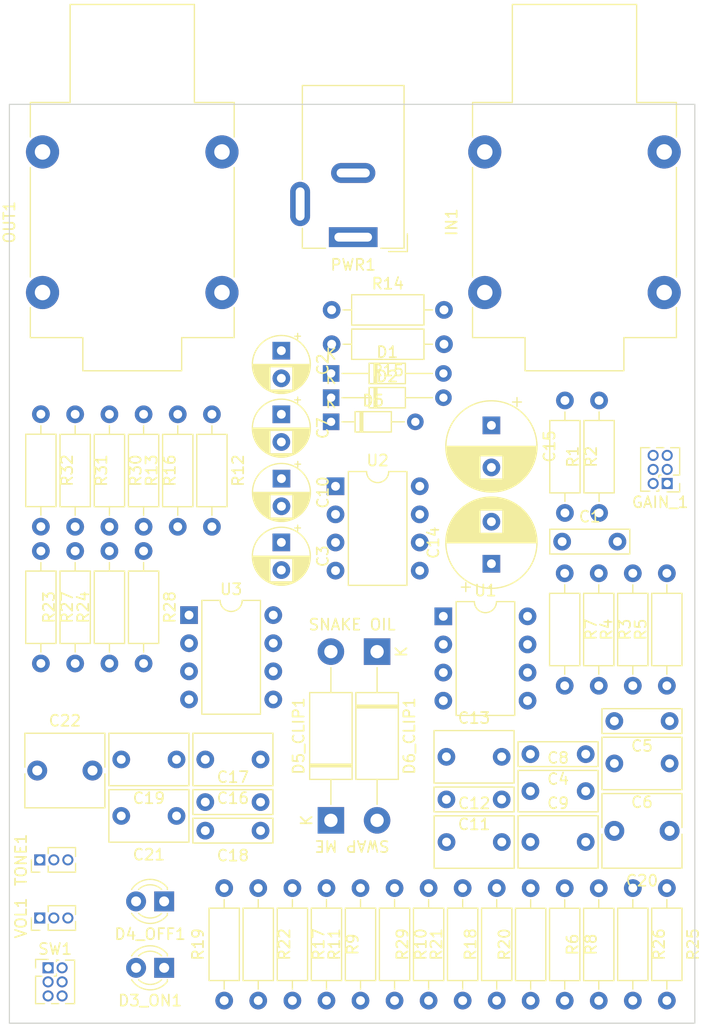
<source format=kicad_pcb>
(kicad_pcb (version 20171130) (host pcbnew 5.1.10)
  (layers (0 F.Cu signal) (31 B.Cu signal) (34 B.Paste user) (35 F.Paste user) (36 B.SilkS user) (37 F.SilkS user) (38 B.Mask user) (39 F.Mask user) (44 Edge.Cuts user))
  (net 0 "")
  (net 1 "Net-(C1-Pad2)")
  (net 2 "Net-(C1-Pad1)")
  (net 3 /+16.2V)
  (net 4 GND)
  (net 5 /-8.6V)
  (net 6 "Net-(C20-Pad1)")
  (net 7 "Net-(C4-Pad1)")
  (net 8 "Net-(C5-Pad2)")
  (net 9 "Net-(C6-Pad1)")
  (net 10 "Net-(C7-Pad1)")
  (net 11 "Net-(C10-Pad1)")
  (net 12 "Net-(C8-Pad1)")
  (net 13 "Net-(C9-Pad2)")
  (net 14 "Net-(C10-Pad2)")
  (net 15 "Net-(C11-Pad1)")
  (net 16 "Net-(C11-Pad2)")
  (net 17 "Net-(C12-Pad1)")
  (net 18 "Net-(C13-Pad1)")
  (net 19 /+4.5V)
  (net 20 +9V)
  (net 21 "Net-(C16-Pad1)")
  (net 22 "Net-(C16-Pad2)")
  (net 23 "Net-(C17-Pad2)")
  (net 24 "Net-(C18-Pad1)")
  (net 25 "Net-(C18-Pad2)")
  (net 26 "Net-(C19-Pad1)")
  (net 27 "Net-(C20-Pad2)")
  (net 28 "Net-(C21-Pad1)")
  (net 29 "Net-(C21-Pad2)")
  (net 30 "Net-(C22-Pad1)")
  (net 31 "Net-(C22-Pad2)")
  (net 32 "Net-(D3_ON1-Pad1)")
  (net 33 "Net-(D4_OFF1-Pad2)")
  (net 34 "Net-(D4_OFF1-Pad1)")
  (net 35 "Net-(GAIN_1-Pad2)")
  (net 36 "Net-(GAIN_1-Pad6)")
  (net 37 "Net-(IN1-PadT)")
  (net 38 "Net-(OUT1-PadS)")
  (net 39 "Net-(OUT1-PadT)")
  (net 40 "Net-(R23-Pad1)")
  (net 41 "Net-(R26-Pad1)")
  (net 42 "Net-(R27-Pad2)")
  (net 43 "Net-(R29-Pad1)")
  (net 44 "Net-(R30-Pad2)")
  (module Capacitor_THT:C_Rect_L7.0mm_W2.0mm_P5.00mm (layer F.Cu) (at 100 79.5)
    (fp_text reference C1 (at 2.5 -2.25) (layer F.SilkS))
    (fp_text value 0.1u)
    (pad 2 thru_hole circle (at 5 0) (size 1.6 1.6) (drill 0.8) (layers *.Cu *.Mask) (net 1 "Net-(C1-Pad2)"))
    (pad 1 thru_hole circle (at 0 0) (size 1.6 1.6) (drill 0.8) (layers *.Cu *.Mask) (net 2 "Net-(C1-Pad1)"))
  )
  (module Capacitor_THT:CP_Radial_D5.0mm_P2.50mm (layer F.Cu) (at 74.6 62.25 270)
    (fp_text reference C2 (at 1.25 -3.75 90) (layer F.SilkS))
    (fp_text value 1u)
    (pad 1 thru_hole rect (at 0 0 270) (size 1.6 1.6) (drill 0.8) (layers *.Cu *.Mask) (net 3 /+16.2V))
    (pad 2 thru_hole circle (at 2.5 0 270) (size 1.6 1.6) (drill 0.8) (layers *.Cu *.Mask) (net 4 GND))
  )
  (module Capacitor_THT:CP_Radial_D5.0mm_P2.50mm (layer F.Cu) (at 74.6 79.57 270)
    (fp_text reference C3 (at 1.25 -3.75 90) (layer F.SilkS))
    (fp_text value 1u)
    (pad 2 thru_hole circle (at 2.5 0 270) (size 1.6 1.6) (drill 0.8) (layers *.Cu *.Mask) (net 5 /-8.6V))
    (pad 1 thru_hole rect (at 0 0 270) (size 1.6 1.6) (drill 0.8) (layers *.Cu *.Mask) (net 4 GND))
  )
  (module Capacitor_THT:C_Rect_L7.0mm_W2.0mm_P5.00mm (layer F.Cu) (at 102.13 98.7 180)
    (fp_text reference C4 (at 2.5 -2.25) (layer F.SilkS))
    (fp_text value 0.1u)
    (pad 1 thru_hole circle (at 0 0 180) (size 1.6 1.6) (drill 0.8) (layers *.Cu *.Mask) (net 7 "Net-(C4-Pad1)"))
    (pad 2 thru_hole circle (at 5 0 180) (size 1.6 1.6) (drill 0.8) (layers *.Cu *.Mask) (net 6 "Net-(C20-Pad1)"))
  )
  (module Capacitor_THT:C_Rect_L7.0mm_W2.0mm_P5.00mm (layer F.Cu) (at 109.72 95.71 180)
    (fp_text reference C5 (at 2.5 -2.25) (layer F.SilkS))
    (fp_text value 0.068u)
    (pad 2 thru_hole circle (at 5 0 180) (size 1.6 1.6) (drill 0.8) (layers *.Cu *.Mask) (net 8 "Net-(C5-Pad2)"))
    (pad 1 thru_hole circle (at 0 0 180) (size 1.6 1.6) (drill 0.8) (layers *.Cu *.Mask) (net 6 "Net-(C20-Pad1)"))
  )
  (module Capacitor_THT:C_Rect_L7.0mm_W4.5mm_P5.00mm (layer F.Cu) (at 109.72 99.54 180)
    (fp_text reference C6 (at 2.5 -3.5) (layer F.SilkS))
    (fp_text value 0.39u)
    (pad 2 thru_hole circle (at 5 0 180) (size 1.6 1.6) (drill 0.8) (layers *.Cu *.Mask) (net 8 "Net-(C5-Pad2)"))
    (pad 1 thru_hole circle (at 0 0 180) (size 1.6 1.6) (drill 0.8) (layers *.Cu *.Mask) (net 9 "Net-(C6-Pad1)"))
  )
  (module Capacitor_THT:CP_Radial_D5.0mm_P2.50mm (layer F.Cu) (at 74.6 68 270)
    (fp_text reference C7 (at 1.25 -3.75 90) (layer F.SilkS))
    (fp_text value 1u)
    (pad 1 thru_hole rect (at 0 0 270) (size 1.6 1.6) (drill 0.8) (layers *.Cu *.Mask) (net 10 "Net-(C7-Pad1)"))
    (pad 2 thru_hole circle (at 2.5 0 270) (size 1.6 1.6) (drill 0.8) (layers *.Cu *.Mask) (net 11 "Net-(C10-Pad1)"))
  )
  (module Capacitor_THT:C_Rect_L7.0mm_W3.5mm_P5.00mm (layer F.Cu) (at 97.13 102.04)
    (fp_text reference C8 (at 2.5 -3) (layer F.SilkS))
    (fp_text value 0.068u)
    (pad 1 thru_hole circle (at 0 0) (size 1.6 1.6) (drill 0.8) (layers *.Cu *.Mask) (net 12 "Net-(C8-Pad1)"))
    (pad 2 thru_hole circle (at 5 0) (size 1.6 1.6) (drill 0.8) (layers *.Cu *.Mask) (net 7 "Net-(C4-Pad1)"))
  )
  (module Capacitor_THT:C_Rect_L7.0mm_W4.5mm_P5.00mm (layer F.Cu) (at 97.13 106.63)
    (fp_text reference C9 (at 2.5 -3.5) (layer F.SilkS))
    (fp_text value 1u)
    (pad 1 thru_hole circle (at 0 0) (size 1.6 1.6) (drill 0.8) (layers *.Cu *.Mask) (net 4 GND))
    (pad 2 thru_hole circle (at 5 0) (size 1.6 1.6) (drill 0.8) (layers *.Cu *.Mask) (net 13 "Net-(C9-Pad2)"))
  )
  (module Capacitor_THT:CP_Radial_D5.0mm_P2.50mm (layer F.Cu) (at 74.61 73.81 270)
    (fp_text reference C10 (at 1.25 -3.75 90) (layer F.SilkS))
    (fp_text value 1u)
    (pad 2 thru_hole circle (at 2.5 0 270) (size 1.6 1.6) (drill 0.8) (layers *.Cu *.Mask) (net 14 "Net-(C10-Pad2)"))
    (pad 1 thru_hole rect (at 0 0 270) (size 1.6 1.6) (drill 0.8) (layers *.Cu *.Mask) (net 11 "Net-(C10-Pad1)"))
  )
  (module Capacitor_THT:C_Rect_L7.0mm_W2.0mm_P5.00mm (layer F.Cu) (at 94.53 102.79 180)
    (fp_text reference C11 (at 2.5 -2.25) (layer F.SilkS))
    (fp_text value 0.082u)
    (pad 2 thru_hole circle (at 5 0 180) (size 1.6 1.6) (drill 0.8) (layers *.Cu *.Mask) (net 16 "Net-(C11-Pad2)"))
    (pad 1 thru_hole circle (at 0 0 180) (size 1.6 1.6) (drill 0.8) (layers *.Cu *.Mask) (net 15 "Net-(C11-Pad1)"))
  )
  (module Capacitor_THT:C_Rect_L7.0mm_W4.5mm_P5.00mm (layer F.Cu) (at 89.54 106.64)
    (fp_text reference C12 (at 2.5 -3.5) (layer F.SilkS))
    (fp_text value 390p)
    (pad 1 thru_hole circle (at 0 0) (size 1.6 1.6) (drill 0.8) (layers *.Cu *.Mask) (net 17 "Net-(C12-Pad1)"))
    (pad 2 thru_hole circle (at 5 0) (size 1.6 1.6) (drill 0.8) (layers *.Cu *.Mask) (net 15 "Net-(C11-Pad1)"))
  )
  (module Capacitor_THT:C_Rect_L7.0mm_W4.5mm_P5.00mm (layer F.Cu) (at 89.53 98.94)
    (fp_text reference C13 (at 2.5 -3.5) (layer F.SilkS))
    (fp_text value 1u)
    (pad 1 thru_hole circle (at 0 0) (size 1.6 1.6) (drill 0.8) (layers *.Cu *.Mask) (net 18 "Net-(C13-Pad1)"))
    (pad 2 thru_hole circle (at 5 0) (size 1.6 1.6) (drill 0.8) (layers *.Cu *.Mask) (net 17 "Net-(C12-Pad1)"))
  )
  (module Capacitor_THT:CP_Radial_D8.0mm_P3.80mm (layer F.Cu) (at 93.6 81.5 90)
    (fp_text reference C14 (at 1.9 -5.25 90) (layer F.SilkS))
    (fp_text value 47u)
    (pad 2 thru_hole circle (at 3.8 0 90) (size 1.6 1.6) (drill 0.8) (layers *.Cu *.Mask) (net 4 GND))
    (pad 1 thru_hole rect (at 0 0 90) (size 1.6 1.6) (drill 0.8) (layers *.Cu *.Mask) (net 19 /+4.5V))
  )
  (module Capacitor_THT:CP_Radial_D8.0mm_P3.80mm (layer F.Cu) (at 93.6 69 270)
    (fp_text reference C15 (at 1.9 -5.25 90) (layer F.SilkS))
    (fp_text value 47u)
    (pad 1 thru_hole rect (at 0 0 270) (size 1.6 1.6) (drill 0.8) (layers *.Cu *.Mask) (net 20 +9V))
    (pad 2 thru_hole circle (at 3.8 0 270) (size 1.6 1.6) (drill 0.8) (layers *.Cu *.Mask) (net 4 GND))
  )
  (module Capacitor_THT:C_Rect_L7.0mm_W4.5mm_P5.00mm (layer F.Cu) (at 72.72 99.18 180)
    (fp_text reference C16 (at 2.5 -3.5) (layer F.SilkS))
    (fp_text value 1u)
    (pad 2 thru_hole circle (at 5 0 180) (size 1.6 1.6) (drill 0.8) (layers *.Cu *.Mask) (net 22 "Net-(C16-Pad2)"))
    (pad 1 thru_hole circle (at 0 0 180) (size 1.6 1.6) (drill 0.8) (layers *.Cu *.Mask) (net 21 "Net-(C16-Pad1)"))
  )
  (module Capacitor_THT:C_Rect_L7.0mm_W2.0mm_P5.00mm (layer F.Cu) (at 67.72 103.03)
    (fp_text reference C17 (at 2.5 -2.25) (layer F.SilkS))
    (fp_text value 2200p)
    (pad 1 thru_hole circle (at 0 0) (size 1.6 1.6) (drill 0.8) (layers *.Cu *.Mask) (net 21 "Net-(C16-Pad1)"))
    (pad 2 thru_hole circle (at 5 0) (size 1.6 1.6) (drill 0.8) (layers *.Cu *.Mask) (net 23 "Net-(C17-Pad2)"))
  )
  (module Capacitor_THT:C_Rect_L7.0mm_W2.0mm_P5.00mm (layer F.Cu) (at 72.72 105.61 180)
    (fp_text reference C18 (at 2.5 -2.25) (layer F.SilkS))
    (fp_text value 0.027u)
    (pad 2 thru_hole circle (at 5 0 180) (size 1.6 1.6) (drill 0.8) (layers *.Cu *.Mask) (net 25 "Net-(C18-Pad2)"))
    (pad 1 thru_hole circle (at 0 0 180) (size 1.6 1.6) (drill 0.8) (layers *.Cu *.Mask) (net 24 "Net-(C18-Pad1)"))
  )
  (module Capacitor_THT:C_Rect_L7.0mm_W4.5mm_P5.00mm (layer F.Cu) (at 65.12 99.18 180)
    (fp_text reference C19 (at 2.5 -3.5) (layer F.SilkS))
    (fp_text value 820p)
    (pad 1 thru_hole circle (at 0 0 180) (size 1.6 1.6) (drill 0.8) (layers *.Cu *.Mask) (net 26 "Net-(C19-Pad1)"))
    (pad 2 thru_hole circle (at 5 0 180) (size 1.6 1.6) (drill 0.8) (layers *.Cu *.Mask) (net 24 "Net-(C18-Pad1)"))
  )
  (module Capacitor_THT:C_Rect_L7.0mm_W6.5mm_P5.00mm (layer F.Cu) (at 109.72 105.63 180)
    (fp_text reference C20 (at 2.5 -4.5) (layer F.SilkS))
    (fp_text value 4.7u)
    (pad 1 thru_hole circle (at 0 0 180) (size 1.8 1.8) (drill 0.9) (layers *.Cu *.Mask) (net 6 "Net-(C20-Pad1)"))
    (pad 2 thru_hole circle (at 5 0 180) (size 1.8 1.8) (drill 0.9) (layers *.Cu *.Mask) (net 27 "Net-(C20-Pad2)"))
  )
  (module Capacitor_THT:C_Rect_L7.0mm_W4.5mm_P5.00mm (layer F.Cu) (at 65.12 104.28 180)
    (fp_text reference C21 (at 2.5 -3.5) (layer F.SilkS))
    (fp_text value 3900p)
    (pad 2 thru_hole circle (at 5 0 180) (size 1.6 1.6) (drill 0.8) (layers *.Cu *.Mask) (net 29 "Net-(C21-Pad2)"))
    (pad 1 thru_hole circle (at 0 0 180) (size 1.6 1.6) (drill 0.8) (layers *.Cu *.Mask) (net 28 "Net-(C21-Pad1)"))
  )
  (module Capacitor_THT:C_Rect_L7.0mm_W6.5mm_P5.00mm (layer F.Cu) (at 52.52 100.18)
    (fp_text reference C22 (at 2.5 -4.5) (layer F.SilkS))
    (fp_text value 4.7u)
    (pad 2 thru_hole circle (at 5 0) (size 1.8 1.8) (drill 0.9) (layers *.Cu *.Mask) (net 31 "Net-(C22-Pad2)"))
    (pad 1 thru_hole circle (at 0 0) (size 1.8 1.8) (drill 0.9) (layers *.Cu *.Mask) (net 30 "Net-(C22-Pad1)"))
  )
  (module Diode_THT:D_DO-15_P15.24mm_Horizontal (layer F.Cu) (at 79.082 104.68 90)
    (fp_text reference D5_CLIP1 (at 7.62 -2.92 90) (layer F.SilkS))
    (fp_text value 1N34A)
    (fp_text user K (at 0 -2.2 90) (layer F.SilkS))
    (pad 1 thru_hole rect (at 0 0 90) (size 2.4 2.4) (drill 1.2) (layers *.Cu *.Mask) (net 22 "Net-(C16-Pad2)"))
    (pad 2 thru_hole oval (at 15.24 0 90) (size 2.4 2.4) (drill 1.2) (layers *.Cu *.Mask) (net 4 GND))
  )
  (module Diode_THT:D_DO-15_P15.24mm_Horizontal (layer F.Cu) (at 83.26 89.44 270)
    (fp_text reference D6_CLIP1 (at 7.62 -2.92 90) (layer F.SilkS))
    (fp_text value 1N34A)
    (fp_text user K (at 0 -2.2 90) (layer F.SilkS))
    (pad 2 thru_hole oval (at 15.24 0 270) (size 2.4 2.4) (drill 1.2) (layers *.Cu *.Mask) (net 22 "Net-(C16-Pad2)"))
    (pad 1 thru_hole rect (at 0 0 270) (size 2.4 2.4) (drill 1.2) (layers *.Cu *.Mask) (net 4 GND))
  )
  (module Connector_PinHeader_1.27mm:PinHeader_2x03_P1.27mm_Vertical (layer F.Cu) (at 109.5 74.25 180)
    (fp_text reference GAIN_1 (at 0.635 -1.695) (layer F.SilkS))
    (fp_text value 100K)
    (pad 1 thru_hole rect (at 0 0 180) (size 1 1) (drill 0.65) (layers *.Cu *.Mask) (net 8 "Net-(C5-Pad2)"))
    (pad 2 thru_hole oval (at 1.27 0 180) (size 1 1) (drill 0.65) (layers *.Cu *.Mask) (net 35 "Net-(GAIN_1-Pad2)"))
    (pad 3 thru_hole oval (at 0 1.27 180) (size 1 1) (drill 0.65) (layers *.Cu *.Mask) (net 19 /+4.5V))
    (pad 4 thru_hole oval (at 1.27 1.27 180) (size 1 1) (drill 0.65) (layers *.Cu *.Mask) (net 12 "Net-(C8-Pad1)"))
    (pad 5 thru_hole oval (at 0 2.54 180) (size 1 1) (drill 0.65) (layers *.Cu *.Mask) (net 19 /+4.5V))
    (pad 6 thru_hole oval (at 1.27 2.54 180) (size 1 1) (drill 0.65) (layers *.Cu *.Mask) (net 36 "Net-(GAIN_1-Pad6)"))
  )
  (module Connector_Audio:Jack_6.35mm_Neutrik_NMJ4HFD2_Horizontal (layer F.Cu) (at 93 57 90)
    (fp_text reference IN1 (at 6.35 -3 90) (layer F.SilkS))
    (fp_text value AudioJack2)
    (pad TN thru_hole circle (at 0 16.23 90) (size 3 3) (drill 1.4) (layers *.Cu *.Mask))
    (pad SN thru_hole circle (at 12.7 16.23 90) (size 3 3) (drill 1.4) (layers *.Cu *.Mask))
    (pad T thru_hole circle (at 0 0 90) (size 3 3) (drill 1.4) (layers *.Cu *.Mask) (net 37 "Net-(IN1-PadT)"))
    (pad S thru_hole circle (at 12.7 0 90) (size 3 3) (drill 1.4) (layers *.Cu *.Mask) (net 4 GND))
  )
  (module Connector_Audio:Jack_6.35mm_Neutrik_NMJ4HFD2_Horizontal (layer F.Cu) (at 53 57 90)
    (fp_text reference OUT1 (at 6.35 -3 90) (layer F.SilkS))
    (fp_text value AudioJack2)
    (pad S thru_hole circle (at 12.7 0 90) (size 3 3) (drill 1.4) (layers *.Cu *.Mask) (net 38 "Net-(OUT1-PadS)"))
    (pad T thru_hole circle (at 0 0 90) (size 3 3) (drill 1.4) (layers *.Cu *.Mask) (net 39 "Net-(OUT1-PadT)"))
    (pad SN thru_hole circle (at 12.7 16.23 90) (size 3 3) (drill 1.4) (layers *.Cu *.Mask))
    (pad TN thru_hole circle (at 0 16.23 90) (size 3 3) (drill 1.4) (layers *.Cu *.Mask))
  )
  (module Resistor_THT:R_Axial_DIN0207_L6.3mm_D2.5mm_P10.16mm_Horizontal (layer F.Cu) (at 103.34 76.91 90)
    (fp_text reference R1 (at 5.08 -2.37 90) (layer F.SilkS))
    (fp_text value 10K)
    (pad 1 thru_hole circle (at 0 0 90) (size 1.6 1.6) (drill 0.8) (layers *.Cu *.Mask) (net 1 "Net-(C1-Pad2)"))
    (pad 2 thru_hole oval (at 10.16 0 90) (size 1.6 1.6) (drill 0.8) (layers *.Cu *.Mask) (net 37 "Net-(IN1-PadT)"))
  )
  (module Resistor_THT:R_Axial_DIN0207_L6.3mm_D2.5mm_P10.16mm_Horizontal (layer F.Cu) (at 100.25 66.75 270)
    (fp_text reference R2 (at 5.08 -2.37 90) (layer F.SilkS))
    (fp_text value 1M)
    (pad 1 thru_hole circle (at 0 0 270) (size 1.6 1.6) (drill 0.8) (layers *.Cu *.Mask) (net 2 "Net-(C1-Pad1)"))
    (pad 2 thru_hole oval (at 10.16 0 270) (size 1.6 1.6) (drill 0.8) (layers *.Cu *.Mask) (net 19 /+4.5V))
  )
  (module Resistor_THT:R_Axial_DIN0207_L6.3mm_D2.5mm_P10.16mm_Horizontal (layer F.Cu) (at 103.31 82.36 270)
    (fp_text reference R3 (at 5.08 -2.37 90) (layer F.SilkS))
    (fp_text value 5K1)
    (pad 2 thru_hole oval (at 10.16 0 270) (size 1.6 1.6) (drill 0.8) (layers *.Cu *.Mask) (net 8 "Net-(C5-Pad2)"))
    (pad 1 thru_hole circle (at 0 0 270) (size 1.6 1.6) (drill 0.8) (layers *.Cu *.Mask) (net 6 "Net-(C20-Pad1)"))
  )
  (module Resistor_THT:R_Axial_DIN0207_L6.3mm_D2.5mm_P10.16mm_Horizontal (layer F.Cu) (at 106.39 92.52 90)
    (fp_text reference R4 (at 5.08 -2.37 90) (layer F.SilkS))
    (fp_text value 1K5)
    (pad 2 thru_hole oval (at 10.16 0 90) (size 1.6 1.6) (drill 0.8) (layers *.Cu *.Mask) (net 19 /+4.5V))
    (pad 1 thru_hole circle (at 0 0 90) (size 1.6 1.6) (drill 0.8) (layers *.Cu *.Mask) (net 8 "Net-(C5-Pad2)"))
  )
  (module Resistor_THT:R_Axial_DIN0207_L6.3mm_D2.5mm_P10.16mm_Horizontal (layer F.Cu) (at 109.47 92.52 90)
    (fp_text reference R5 (at 5.08 -2.37 90) (layer F.SilkS))
    (fp_text value 1K)
    (pad 1 thru_hole circle (at 0 0 90) (size 1.6 1.6) (drill 0.8) (layers *.Cu *.Mask) (net 9 "Net-(C6-Pad1)"))
    (pad 2 thru_hole oval (at 10.16 0 90) (size 1.6 1.6) (drill 0.8) (layers *.Cu *.Mask) (net 19 /+4.5V))
  )
  (module Resistor_THT:R_Axial_DIN0207_L6.3mm_D2.5mm_P10.16mm_Horizontal (layer F.Cu) (at 103.31 120.97 90)
    (fp_text reference R6 (at 5.08 -2.37 90) (layer F.SilkS))
    (fp_text value 1K5)
    (pad 2 thru_hole oval (at 10.16 0 90) (size 1.6 1.6) (drill 0.8) (layers *.Cu *.Mask) (net 7 "Net-(C4-Pad1)"))
    (pad 1 thru_hole circle (at 0 0 90) (size 1.6 1.6) (drill 0.8) (layers *.Cu *.Mask) (net 13 "Net-(C9-Pad2)"))
  )
  (module Resistor_THT:R_Axial_DIN0207_L6.3mm_D2.5mm_P10.16mm_Horizontal (layer F.Cu) (at 100.23 82.36 270)
    (fp_text reference R7 (at 5.08 -2.37 90) (layer F.SilkS))
    (fp_text value 10K)
    (pad 2 thru_hole oval (at 10.16 0 270) (size 1.6 1.6) (drill 0.8) (layers *.Cu *.Mask) (net 7 "Net-(C4-Pad1)"))
    (pad 1 thru_hole circle (at 0 0 270) (size 1.6 1.6) (drill 0.8) (layers *.Cu *.Mask) (net 12 "Net-(C8-Pad1)"))
  )
  (module Resistor_THT:R_Axial_DIN0207_L6.3mm_D2.5mm_P10.16mm_Horizontal (layer F.Cu) (at 100.232 110.81 270)
    (fp_text reference R8 (at 5.08 -2.37 90) (layer F.SilkS))
    (fp_text value 15K)
    (pad 1 thru_hole circle (at 0 0 270) (size 1.6 1.6) (drill 0.8) (layers *.Cu *.Mask) (net 24 "Net-(C18-Pad1)"))
    (pad 2 thru_hole oval (at 10.16 0 270) (size 1.6 1.6) (drill 0.8) (layers *.Cu *.Mask) (net 13 "Net-(C9-Pad2)"))
  )
  (module Resistor_THT:R_Axial_DIN0207_L6.3mm_D2.5mm_P10.16mm_Horizontal (layer F.Cu) (at 78.68 110.8 270)
    (fp_text reference R9 (at 5.08 -2.37 90) (layer F.SilkS))
    (fp_text value 2K)
    (pad 1 thru_hole circle (at 0 0 270) (size 1.6 1.6) (drill 0.8) (layers *.Cu *.Mask) (net 36 "Net-(GAIN_1-Pad6)"))
    (pad 2 thru_hole oval (at 10.16 0 270) (size 1.6 1.6) (drill 0.8) (layers *.Cu *.Mask) (net 16 "Net-(C11-Pad2)"))
  )
  (module Resistor_THT:R_Axial_DIN0207_L6.3mm_D2.5mm_P10.16mm_Horizontal (layer F.Cu) (at 84.84 110.8 270)
    (fp_text reference R10 (at 5.08 -2.37 90) (layer F.SilkS))
    (fp_text value 15K)
    (pad 2 thru_hole oval (at 10.16 0 270) (size 1.6 1.6) (drill 0.8) (layers *.Cu *.Mask) (net 16 "Net-(C11-Pad2)"))
    (pad 1 thru_hole circle (at 0 0 270) (size 1.6 1.6) (drill 0.8) (layers *.Cu *.Mask) (net 15 "Net-(C11-Pad1)"))
  )
  (module Resistor_THT:R_Axial_DIN0207_L6.3mm_D2.5mm_P10.16mm_Horizontal (layer F.Cu) (at 81.76 120.96 90)
    (fp_text reference R11 (at 5.08 -2.37 90) (layer F.SilkS))
    (fp_text value 422K)
    (pad 2 thru_hole oval (at 10.16 0 90) (size 1.6 1.6) (drill 0.8) (layers *.Cu *.Mask) (net 15 "Net-(C11-Pad1)"))
    (pad 1 thru_hole circle (at 0 0 90) (size 1.6 1.6) (drill 0.8) (layers *.Cu *.Mask) (net 17 "Net-(C12-Pad1)"))
  )
  (module Resistor_THT:R_Axial_DIN0207_L6.3mm_D2.5mm_P10.16mm_Horizontal (layer F.Cu) (at 68.32 68 270)
    (fp_text reference R12 (at 5.08 -2.37 90) (layer F.SilkS))
    (fp_text value 2K2)
    (pad 1 thru_hole circle (at 0 0 270) (size 1.6 1.6) (drill 0.8) (layers *.Cu *.Mask) (net 32 "Net-(D3_ON1-Pad1)"))
    (pad 2 thru_hole oval (at 10.16 0 270) (size 1.6 1.6) (drill 0.8) (layers *.Cu *.Mask) (net 33 "Net-(D4_OFF1-Pad2)"))
  )
  (module Resistor_THT:R_Axial_DIN0207_L6.3mm_D2.5mm_P10.16mm_Horizontal (layer F.Cu) (at 65.23 78.16 90)
    (fp_text reference R13 (at 5.08 -2.37 90) (layer F.SilkS))
    (fp_text value 2K2)
    (pad 1 thru_hole circle (at 0 0 90) (size 1.6 1.6) (drill 0.8) (layers *.Cu *.Mask) (net 33 "Net-(D4_OFF1-Pad2)"))
    (pad 2 thru_hole oval (at 10.16 0 90) (size 1.6 1.6) (drill 0.8) (layers *.Cu *.Mask) (net 20 +9V))
  )
  (module Resistor_THT:R_Axial_DIN0207_L6.3mm_D2.5mm_P10.16mm_Horizontal (layer F.Cu) (at 79.15 58.57)
    (fp_text reference R14 (at 5.08 -2.37) (layer F.SilkS))
    (fp_text value 27K)
    (pad 2 thru_hole oval (at 10.16 0) (size 1.6 1.6) (drill 0.8) (layers *.Cu *.Mask) (net 19 /+4.5V))
    (pad 1 thru_hole circle (at 0 0) (size 1.6 1.6) (drill 0.8) (layers *.Cu *.Mask) (net 20 +9V))
  )
  (module Resistor_THT:R_Axial_DIN0207_L6.3mm_D2.5mm_P10.16mm_Horizontal (layer F.Cu) (at 89.31 61.67 180)
    (fp_text reference R15 (at 5.08 -2.37) (layer F.SilkS))
    (fp_text value 27K)
    (pad 1 thru_hole circle (at 0 0 180) (size 1.6 1.6) (drill 0.8) (layers *.Cu *.Mask) (net 19 /+4.5V))
    (pad 2 thru_hole oval (at 10.16 0 180) (size 1.6 1.6) (drill 0.8) (layers *.Cu *.Mask) (net 4 GND))
  )
  (module Resistor_THT:R_Axial_DIN0207_L6.3mm_D2.5mm_P10.16mm_Horizontal (layer F.Cu) (at 62.14 68 270)
    (fp_text reference R16 (at 5.08 -2.37 90) (layer F.SilkS))
    (fp_text value 22K)
    (pad 2 thru_hole oval (at 10.16 0 270) (size 1.6 1.6) (drill 0.8) (layers *.Cu *.Mask) (net 34 "Net-(D4_OFF1-Pad1)"))
    (pad 1 thru_hole circle (at 0 0 270) (size 1.6 1.6) (drill 0.8) (layers *.Cu *.Mask) (net 4 GND))
  )
  (module Resistor_THT:R_Axial_DIN0207_L6.3mm_D2.5mm_P10.16mm_Horizontal (layer F.Cu) (at 75.6 110.8 270)
    (fp_text reference R17 (at 5.08 -2.37 90) (layer F.SilkS))
    (fp_text value 1K)
    (pad 2 thru_hole oval (at 10.16 0 270) (size 1.6 1.6) (drill 0.8) (layers *.Cu *.Mask) (net 18 "Net-(C13-Pad1)"))
    (pad 1 thru_hole circle (at 0 0 270) (size 1.6 1.6) (drill 0.8) (layers *.Cu *.Mask) (net 22 "Net-(C16-Pad2)"))
  )
  (module Resistor_THT:R_Axial_DIN0207_L6.3mm_D2.5mm_P10.16mm_Horizontal (layer F.Cu) (at 94.08 120.96 90)
    (fp_text reference R18 (at 5.08 -2.37 90) (layer F.SilkS))
    (fp_text value 22K)
    (pad 1 thru_hole circle (at 0 0 90) (size 1.6 1.6) (drill 0.8) (layers *.Cu *.Mask) (net 23 "Net-(C17-Pad2)"))
    (pad 2 thru_hole oval (at 10.16 0 90) (size 1.6 1.6) (drill 0.8) (layers *.Cu *.Mask) (net 35 "Net-(GAIN_1-Pad2)"))
  )
  (module Resistor_THT:R_Axial_DIN0207_L6.3mm_D2.5mm_P10.16mm_Horizontal (layer F.Cu) (at 69.43 120.96 90)
    (fp_text reference R19 (at 5.08 -2.37 90) (layer F.SilkS))
    (fp_text value 47K)
    (pad 2 thru_hole oval (at 10.16 0 90) (size 1.6 1.6) (drill 0.8) (layers *.Cu *.Mask) (net 21 "Net-(C16-Pad1)"))
    (pad 1 thru_hole circle (at 0 0 90) (size 1.6 1.6) (drill 0.8) (layers *.Cu *.Mask) (net 24 "Net-(C18-Pad1)"))
  )
  (module Resistor_THT:R_Axial_DIN0207_L6.3mm_D2.5mm_P10.16mm_Horizontal (layer F.Cu) (at 97.15 120.97 90)
    (fp_text reference R20 (at 5.08 -2.37 90) (layer F.SilkS))
    (fp_text value 27K)
    (pad 1 thru_hole circle (at 0 0 90) (size 1.6 1.6) (drill 0.8) (layers *.Cu *.Mask) (net 24 "Net-(C18-Pad1)"))
    (pad 2 thru_hole oval (at 10.16 0 90) (size 1.6 1.6) (drill 0.8) (layers *.Cu *.Mask) (net 35 "Net-(GAIN_1-Pad2)"))
  )
  (module Resistor_THT:R_Axial_DIN0207_L6.3mm_D2.5mm_P10.16mm_Horizontal (layer F.Cu) (at 91 120.96 90)
    (fp_text reference R21 (at 5.08 -2.37 90) (layer F.SilkS))
    (fp_text value 12K)
    (pad 1 thru_hole circle (at 0 0 90) (size 1.6 1.6) (drill 0.8) (layers *.Cu *.Mask) (net 25 "Net-(C18-Pad2)"))
    (pad 2 thru_hole oval (at 10.16 0 90) (size 1.6 1.6) (drill 0.8) (layers *.Cu *.Mask) (net 35 "Net-(GAIN_1-Pad2)"))
  )
  (module Resistor_THT:R_Axial_DIN0207_L6.3mm_D2.5mm_P10.16mm_Horizontal (layer F.Cu) (at 72.51 110.8 270)
    (fp_text reference R22 (at 5.08 -2.37 90) (layer F.SilkS))
    (fp_text value 392K)
    (pad 2 thru_hole oval (at 10.16 0 270) (size 1.6 1.6) (drill 0.8) (layers *.Cu *.Mask) (net 24 "Net-(C18-Pad1)"))
    (pad 1 thru_hole circle (at 0 0 270) (size 1.6 1.6) (drill 0.8) (layers *.Cu *.Mask) (net 26 "Net-(C19-Pad1)"))
  )
  (module Resistor_THT:R_Axial_DIN0207_L6.3mm_D2.5mm_P10.16mm_Horizontal (layer F.Cu) (at 55.95 90.51 90)
    (fp_text reference R23 (at 5.08 -2.37 90) (layer F.SilkS))
    (fp_text value 1K8)
    (pad 1 thru_hole circle (at 0 0 90) (size 1.6 1.6) (drill 0.8) (layers *.Cu *.Mask) (net 40 "Net-(R23-Pad1)"))
    (pad 2 thru_hole oval (at 10.16 0 90) (size 1.6 1.6) (drill 0.8) (layers *.Cu *.Mask) (net 26 "Net-(C19-Pad1)"))
  )
  (module Resistor_THT:R_Axial_DIN0207_L6.3mm_D2.5mm_P10.16mm_Horizontal (layer F.Cu) (at 59.05 90.51 90)
    (fp_text reference R24 (at 5.08 -2.37 90) (layer F.SilkS))
    (fp_text value 100K)
    (pad 2 thru_hole oval (at 10.16 0 90) (size 1.6 1.6) (drill 0.8) (layers *.Cu *.Mask) (net 26 "Net-(C19-Pad1)"))
    (pad 1 thru_hole circle (at 0 0 90) (size 1.6 1.6) (drill 0.8) (layers *.Cu *.Mask) (net 28 "Net-(C21-Pad1)"))
  )
  (module Resistor_THT:R_Axial_DIN0207_L6.3mm_D2.5mm_P10.16mm_Horizontal (layer F.Cu) (at 109.47 110.8 270)
    (fp_text reference R25 (at 5.08 -2.37 90) (layer F.SilkS))
    (fp_text value 100K)
    (pad 1 thru_hole circle (at 0 0 270) (size 1.6 1.6) (drill 0.8) (layers *.Cu *.Mask) (net 4 GND))
    (pad 2 thru_hole oval (at 10.16 0 270) (size 1.6 1.6) (drill 0.8) (layers *.Cu *.Mask) (net 27 "Net-(C20-Pad2)"))
  )
  (module Resistor_THT:R_Axial_DIN0207_L6.3mm_D2.5mm_P10.16mm_Horizontal (layer F.Cu) (at 106.392 110.8 270)
    (fp_text reference R26 (at 5.08 -2.37 90) (layer F.SilkS))
    (fp_text value 560)
    (pad 2 thru_hole oval (at 10.16 0 270) (size 1.6 1.6) (drill 0.8) (layers *.Cu *.Mask) (net 27 "Net-(C20-Pad2)"))
    (pad 1 thru_hole circle (at 0 0 270) (size 1.6 1.6) (drill 0.8) (layers *.Cu *.Mask) (net 41 "Net-(R26-Pad1)"))
  )
  (module Resistor_THT:R_Axial_DIN0207_L6.3mm_D2.5mm_P10.16mm_Horizontal (layer F.Cu) (at 52.85 80.35 270)
    (fp_text reference R27 (at 5.08 -2.37 90) (layer F.SilkS))
    (fp_text value 4K7)
    (pad 1 thru_hole circle (at 0 0 270) (size 1.6 1.6) (drill 0.8) (layers *.Cu *.Mask) (net 31 "Net-(C22-Pad2)"))
    (pad 2 thru_hole oval (at 10.16 0 270) (size 1.6 1.6) (drill 0.8) (layers *.Cu *.Mask) (net 42 "Net-(R27-Pad2)"))
  )
  (module Resistor_THT:R_Axial_DIN0207_L6.3mm_D2.5mm_P10.16mm_Horizontal (layer F.Cu) (at 62.14 80.35 270)
    (fp_text reference R28 (at 5.08 -2.37 90) (layer F.SilkS))
    (fp_text value 100K)
    (pad 1 thru_hole circle (at 0 0 270) (size 1.6 1.6) (drill 0.8) (layers *.Cu *.Mask) (net 31 "Net-(C22-Pad2)"))
    (pad 2 thru_hole oval (at 10.16 0 270) (size 1.6 1.6) (drill 0.8) (layers *.Cu *.Mask) (net 28 "Net-(C21-Pad1)"))
  )
  (module Resistor_THT:R_Axial_DIN0207_L6.3mm_D2.5mm_P10.16mm_Horizontal (layer F.Cu) (at 87.92 120.96 90)
    (fp_text reference R29 (at 5.08 -2.37 90) (layer F.SilkS))
    (fp_text value 560)
    (pad 1 thru_hole circle (at 0 0 90) (size 1.6 1.6) (drill 0.8) (layers *.Cu *.Mask) (net 43 "Net-(R29-Pad1)"))
    (pad 2 thru_hole oval (at 10.16 0 90) (size 1.6 1.6) (drill 0.8) (layers *.Cu *.Mask) (net 30 "Net-(C22-Pad1)"))
  )
  (module Resistor_THT:R_Axial_DIN0207_L6.3mm_D2.5mm_P10.16mm_Horizontal (layer F.Cu) (at 59.05 68 270)
    (fp_text reference R30 (at 5.08 -2.37 90) (layer F.SilkS))
    (fp_text value 68K)
    (pad 2 thru_hole oval (at 10.16 0 270) (size 1.6 1.6) (drill 0.8) (layers *.Cu *.Mask) (net 44 "Net-(R30-Pad2)"))
    (pad 1 thru_hole circle (at 0 0 270) (size 1.6 1.6) (drill 0.8) (layers *.Cu *.Mask) (net 39 "Net-(OUT1-PadT)"))
  )
  (module Resistor_THT:R_Axial_DIN0207_L6.3mm_D2.5mm_P10.16mm_Horizontal (layer F.Cu) (at 55.95 68 270)
    (fp_text reference R31 (at 5.08 -2.37 90) (layer F.SilkS))
    (fp_text value 68K)
    (pad 1 thru_hole circle (at 0 0 270) (size 1.6 1.6) (drill 0.8) (layers *.Cu *.Mask) (net 39 "Net-(OUT1-PadT)"))
    (pad 2 thru_hole oval (at 10.16 0 270) (size 1.6 1.6) (drill 0.8) (layers *.Cu *.Mask) (net 41 "Net-(R26-Pad1)"))
  )
  (module Resistor_THT:R_Axial_DIN0207_L6.3mm_D2.5mm_P10.16mm_Horizontal (layer F.Cu) (at 52.85 67.99 270)
    (fp_text reference R32 (at 5.08 -2.37 90) (layer F.SilkS))
    (fp_text value 100K)
    (pad 1 thru_hole circle (at 0 0 270) (size 1.6 1.6) (drill 0.8) (layers *.Cu *.Mask) (net 38 "Net-(OUT1-PadS)"))
    (pad 2 thru_hole oval (at 10.16 0 270) (size 1.6 1.6) (drill 0.8) (layers *.Cu *.Mask) (net 4 GND))
  )
  (module Connector_PinHeader_1.27mm:PinHeader_2x03_P1.27mm_Vertical (layer F.Cu) (at 53.5 118)
    (fp_text reference SW1 (at 0.635 -1.695) (layer F.SilkS))
    (fp_text value SW_DPDT_x2)
    (pad 6 thru_hole oval (at 1.27 2.54) (size 1 1) (drill 0.65) (layers *.Cu *.Mask) (net 41 "Net-(R26-Pad1)"))
    (pad 5 thru_hole oval (at 0 2.54) (size 1 1) (drill 0.65) (layers *.Cu *.Mask) (net 39 "Net-(OUT1-PadT)"))
    (pad 4 thru_hole oval (at 1.27 1.27) (size 1 1) (drill 0.65) (layers *.Cu *.Mask) (net 44 "Net-(R30-Pad2)"))
    (pad 3 thru_hole oval (at 0 1.27) (size 1 1) (drill 0.65) (layers *.Cu *.Mask) (net 22 "Net-(C16-Pad2)"))
    (pad 2 thru_hole oval (at 1.27 0) (size 1 1) (drill 0.65) (layers *.Cu *.Mask) (net 4 GND))
    (pad 1 thru_hole rect (at 0 0) (size 1 1) (drill 0.65) (layers *.Cu *.Mask) (net 33 "Net-(D4_OFF1-Pad2)"))
  )
  (module Connector_PinHeader_1.27mm:PinHeader_1x03_P1.27mm_Vertical (layer F.Cu) (at 52.75 108.25 90)
    (fp_text reference TONE1 (at 0 -1.695 90) (layer F.SilkS))
    (fp_text value 10K)
    (pad 3 thru_hole oval (at 0 2.54 90) (size 1 1) (drill 0.65) (layers *.Cu *.Mask) (net 40 "Net-(R23-Pad1)"))
    (pad 2 thru_hole oval (at 0 1.27 90) (size 1 1) (drill 0.65) (layers *.Cu *.Mask) (net 29 "Net-(C21-Pad2)"))
    (pad 1 thru_hole rect (at 0 0 90) (size 1 1) (drill 0.65) (layers *.Cu *.Mask) (net 42 "Net-(R27-Pad2)"))
  )
  (module Package_DIP:DIP-8_W7.62mm (layer F.Cu) (at 89.25 86.25)
    (fp_text reference U1 (at 3.81 -2.33) (layer F.SilkS))
    (fp_text value TL072)
    (pad 1 thru_hole rect (at 0 0) (size 1.6 1.6) (drill 0.8) (layers *.Cu *.Mask) (net 17 "Net-(C12-Pad1)"))
    (pad 5 thru_hole oval (at 7.62 7.62) (size 1.6 1.6) (drill 0.8) (layers *.Cu *.Mask) (net 6 "Net-(C20-Pad1)"))
    (pad 2 thru_hole oval (at 0 2.54) (size 1.6 1.6) (drill 0.8) (layers *.Cu *.Mask) (net 12 "Net-(C8-Pad1)"))
    (pad 6 thru_hole oval (at 7.62 5.08) (size 1.6 1.6) (drill 0.8) (layers *.Cu *.Mask) (net 2 "Net-(C1-Pad1)"))
    (pad 3 thru_hole oval (at 0 5.08) (size 1.6 1.6) (drill 0.8) (layers *.Cu *.Mask) (net 15 "Net-(C11-Pad1)"))
    (pad 7 thru_hole oval (at 7.62 2.54) (size 1.6 1.6) (drill 0.8) (layers *.Cu *.Mask) (net 6 "Net-(C20-Pad1)"))
    (pad 4 thru_hole oval (at 0 7.62) (size 1.6 1.6) (drill 0.8) (layers *.Cu *.Mask) (net 4 GND))
    (pad 8 thru_hole oval (at 7.62 0) (size 1.6 1.6) (drill 0.8) (layers *.Cu *.Mask) (net 20 +9V))
  )
  (module Package_DIP:DIP-8_W7.62mm (layer F.Cu) (at 79.5 74.5)
    (fp_text reference U2 (at 3.81 -2.33) (layer F.SilkS))
    (fp_text value LTC1044)
    (pad 1 thru_hole rect (at 0 0) (size 1.6 1.6) (drill 0.8) (layers *.Cu *.Mask) (net 20 +9V))
    (pad 5 thru_hole oval (at 7.62 7.62) (size 1.6 1.6) (drill 0.8) (layers *.Cu *.Mask) (net 5 /-8.6V))
    (pad 2 thru_hole oval (at 0 2.54) (size 1.6 1.6) (drill 0.8) (layers *.Cu *.Mask) (net 11 "Net-(C10-Pad1)"))
    (pad 6 thru_hole oval (at 7.62 5.08) (size 1.6 1.6) (drill 0.8) (layers *.Cu *.Mask))
    (pad 3 thru_hole oval (at 0 5.08) (size 1.6 1.6) (drill 0.8) (layers *.Cu *.Mask) (net 4 GND))
    (pad 7 thru_hole oval (at 7.62 2.54) (size 1.6 1.6) (drill 0.8) (layers *.Cu *.Mask))
    (pad 4 thru_hole oval (at 0 7.62) (size 1.6 1.6) (drill 0.8) (layers *.Cu *.Mask) (net 14 "Net-(C10-Pad2)"))
    (pad 8 thru_hole oval (at 7.62 0) (size 1.6 1.6) (drill 0.8) (layers *.Cu *.Mask) (net 20 +9V))
  )
  (module Package_DIP:DIP-8_W7.62mm (layer F.Cu) (at 66.25 86.14)
    (fp_text reference U3 (at 3.81 -2.33) (layer F.SilkS))
    (fp_text value TL072)
    (pad 8 thru_hole oval (at 7.62 0) (size 1.6 1.6) (drill 0.8) (layers *.Cu *.Mask) (net 3 /+16.2V))
    (pad 4 thru_hole oval (at 0 7.62) (size 1.6 1.6) (drill 0.8) (layers *.Cu *.Mask) (net 5 /-8.6V))
    (pad 7 thru_hole oval (at 7.62 2.54) (size 1.6 1.6) (drill 0.8) (layers *.Cu *.Mask) (net 26 "Net-(C19-Pad1)"))
    (pad 3 thru_hole oval (at 0 5.08) (size 1.6 1.6) (drill 0.8) (layers *.Cu *.Mask) (net 19 /+4.5V))
    (pad 6 thru_hole oval (at 7.62 5.08) (size 1.6 1.6) (drill 0.8) (layers *.Cu *.Mask) (net 24 "Net-(C18-Pad1)"))
    (pad 2 thru_hole oval (at 0 2.54) (size 1.6 1.6) (drill 0.8) (layers *.Cu *.Mask) (net 28 "Net-(C21-Pad1)"))
    (pad 5 thru_hole oval (at 7.62 7.62) (size 1.6 1.6) (drill 0.8) (layers *.Cu *.Mask) (net 19 /+4.5V))
    (pad 1 thru_hole rect (at 0 0) (size 1.6 1.6) (drill 0.8) (layers *.Cu *.Mask) (net 31 "Net-(C22-Pad2)"))
  )
  (module Connector_PinHeader_1.27mm:PinHeader_1x03_P1.27mm_Vertical (layer F.Cu) (at 52.75 113.5 90)
    (fp_text reference VOL1 (at 0 -1.695 90) (layer F.SilkS))
    (fp_text value 10K)
    (pad 1 thru_hole rect (at 0 0 90) (size 1 1) (drill 0.65) (layers *.Cu *.Mask) (net 4 GND))
    (pad 2 thru_hole oval (at 0 1.27 90) (size 1 1) (drill 0.65) (layers *.Cu *.Mask) (net 44 "Net-(R30-Pad2)"))
    (pad 3 thru_hole oval (at 0 2.54 90) (size 1 1) (drill 0.65) (layers *.Cu *.Mask) (net 43 "Net-(R29-Pad1)"))
  )
  (module Diode_THT:D_DO-34_SOD68_P7.62mm_Horizontal (layer F.Cu) (at 79.1 68.68)
    (fp_text reference D5 (at 3.81 -1.92) (layer F.SilkS))
    (fp_text value 1N4742)
    (fp_text user K (at 0 -1.75) (layer F.SilkS))
    (pad 2 thru_hole oval (at 7.62 0) (size 1.5 1.5) (drill 0.75) (layers *.Cu *.Mask) (net 4 GND))
    (pad 1 thru_hole rect (at 0 0) (size 1.5 1.5) (drill 0.75) (layers *.Cu *.Mask) (net 20 +9V))
  )
  (module Connector_BarrelJack:BarrelJack_Wuerth_6941xx301002 (layer F.Cu) (at 81.1 52 180)
    (fp_text reference PWR1 (at 0 -2.5) (layer F.SilkS))
    (fp_text value Barrel_Jack)
    (pad 3 thru_hole oval (at 4.8 3 270) (size 4 1.8) (drill oval 3 0.8) (layers *.Cu *.Mask))
    (pad 2 thru_hole oval (at 0 5.8 180) (size 4 1.8) (drill oval 3 0.8) (layers *.Cu *.Mask) (net 4 GND))
    (pad 1 thru_hole rect (at 0 0 180) (size 4.4 1.8) (drill oval 3.4 0.8) (layers *.Cu *.Mask) (net 20 +9V))
  )
  (module Diode_THT:D_DO-34_SOD68_P10.16mm_Horizontal (layer F.Cu) (at 79.1 64.31)
    (fp_text reference D1 (at 5.08 -1.92) (layer F.SilkS))
    (fp_text value 1N4001)
    (fp_text user K (at 0 -1.75) (layer F.SilkS))
    (pad 1 thru_hole rect (at 0 0) (size 1.5 1.5) (drill 0.75) (layers *.Cu *.Mask) (net 3 /+16.2V))
    (pad 2 thru_hole oval (at 10.16 0) (size 1.5 1.5) (drill 0.75) (layers *.Cu *.Mask) (net 10 "Net-(C7-Pad1)"))
  )
  (module Diode_THT:D_DO-34_SOD68_P10.16mm_Horizontal (layer F.Cu) (at 79.1 66.5)
    (fp_text reference D2 (at 5.08 -1.92) (layer F.SilkS))
    (fp_text value 1N4001)
    (fp_text user K (at 0 -1.75) (layer F.SilkS))
    (pad 2 thru_hole oval (at 10.16 0) (size 1.5 1.5) (drill 0.75) (layers *.Cu *.Mask) (net 20 +9V))
    (pad 1 thru_hole rect (at 0 0) (size 1.5 1.5) (drill 0.75) (layers *.Cu *.Mask) (net 10 "Net-(C7-Pad1)"))
  )
  (module LED_THT:LED_D3.0mm_Clear (layer F.Cu) (at 64 118 180)
    (fp_text reference D3_ON1 (at 1.27 -2.96) (layer F.SilkS))
    (fp_text value LED)
    (pad 2 thru_hole circle (at 2.54 0 180) (size 1.8 1.8) (drill 0.9) (layers *.Cu *.Mask) (net 20 +9V))
    (pad 1 thru_hole rect (at 0 0 180) (size 1.8 1.8) (drill 0.9) (layers *.Cu *.Mask) (net 32 "Net-(D3_ON1-Pad1)"))
  )
  (module LED_THT:LED_D3.0mm_Clear (layer F.Cu) (at 64 112 180)
    (fp_text reference D4_OFF1 (at 1.27 -2.96) (layer F.SilkS))
    (fp_text value LED)
    (pad 1 thru_hole rect (at 0 0 180) (size 1.8 1.8) (drill 0.9) (layers *.Cu *.Mask) (net 34 "Net-(D4_OFF1-Pad1)"))
    (pad 2 thru_hole circle (at 2.54 0 180) (size 1.8 1.8) (drill 0.9) (layers *.Cu *.Mask) (net 33 "Net-(D4_OFF1-Pad2)"))
  )
  (gr_text "SWAP ME" (at 81 107 180) (layer F.SilkS) (effects (font (size 1 1))))
  (gr_text "SNAKE OIL" (at 81 87) (layer F.SilkS) (effects (font (size 1 1))))
  (gr_line (start 112 40) (end 112 123) (layer Edge.Cuts) (width 0.1))
  (gr_line (start 50 40) (end 112 40) (layer Edge.Cuts) (width 0.1))
  (gr_line (start 50 123) (end 50 40) (layer Edge.Cuts) (width 0.1))
  (gr_line (start 112 123) (end 50 123) (layer Edge.Cuts) (width 0.1))
)
</source>
